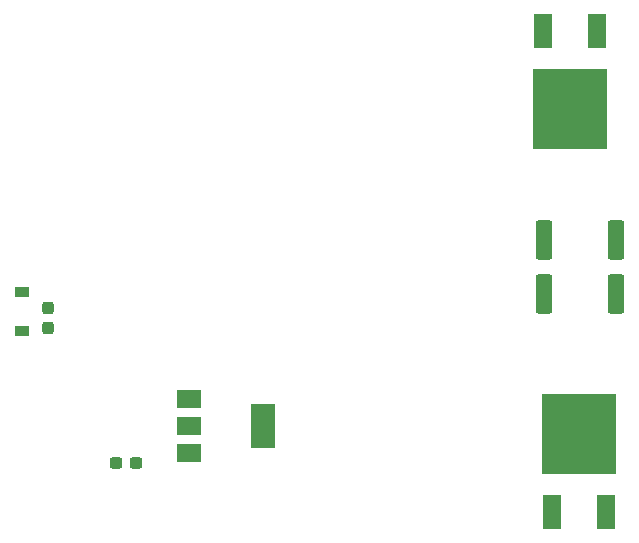
<source format=gtp>
G04 #@! TF.GenerationSoftware,KiCad,Pcbnew,(6.0.0)*
G04 #@! TF.CreationDate,2023-03-30T02:39:52-04:00*
G04 #@! TF.ProjectId,stroboscope_main_0v1,7374726f-626f-4736-936f-70655f6d6169,rev?*
G04 #@! TF.SameCoordinates,Original*
G04 #@! TF.FileFunction,Paste,Top*
G04 #@! TF.FilePolarity,Positive*
%FSLAX46Y46*%
G04 Gerber Fmt 4.6, Leading zero omitted, Abs format (unit mm)*
G04 Created by KiCad (PCBNEW (6.0.0)) date 2023-03-30 02:39:52*
%MOMM*%
%LPD*%
G01*
G04 APERTURE LIST*
G04 Aperture macros list*
%AMRoundRect*
0 Rectangle with rounded corners*
0 $1 Rounding radius*
0 $2 $3 $4 $5 $6 $7 $8 $9 X,Y pos of 4 corners*
0 Add a 4 corners polygon primitive as box body*
4,1,4,$2,$3,$4,$5,$6,$7,$8,$9,$2,$3,0*
0 Add four circle primitives for the rounded corners*
1,1,$1+$1,$2,$3*
1,1,$1+$1,$4,$5*
1,1,$1+$1,$6,$7*
1,1,$1+$1,$8,$9*
0 Add four rect primitives between the rounded corners*
20,1,$1+$1,$2,$3,$4,$5,0*
20,1,$1+$1,$4,$5,$6,$7,0*
20,1,$1+$1,$6,$7,$8,$9,0*
20,1,$1+$1,$8,$9,$2,$3,0*%
G04 Aperture macros list end*
%ADD10R,1.200000X0.900000*%
%ADD11R,1.500000X3.000000*%
%ADD12R,6.250000X6.800000*%
%ADD13R,2.000000X3.800000*%
%ADD14R,2.000000X1.500000*%
%ADD15RoundRect,0.249999X-0.450001X-1.425001X0.450001X-1.425001X0.450001X1.425001X-0.450001X1.425001X0*%
%ADD16RoundRect,0.237500X-0.237500X0.300000X-0.237500X-0.300000X0.237500X-0.300000X0.237500X0.300000X0*%
%ADD17RoundRect,0.237500X0.300000X0.237500X-0.300000X0.237500X-0.300000X-0.237500X0.300000X-0.237500X0*%
G04 APERTURE END LIST*
D10*
X92202000Y-95504000D03*
X92202000Y-92204000D03*
D11*
X140817600Y-70081200D03*
D12*
X138531600Y-76681200D03*
D11*
X136245600Y-70081200D03*
X137033000Y-110843000D03*
D12*
X139319000Y-104243000D03*
D11*
X141605000Y-110843000D03*
D13*
X112599000Y-103505000D03*
D14*
X106299000Y-103505000D03*
X106299000Y-105805000D03*
X106299000Y-101205000D03*
D15*
X136345200Y-87782400D03*
X142445200Y-87782400D03*
D16*
X94361000Y-93525000D03*
X94361000Y-95250000D03*
D15*
X136345200Y-92354400D03*
X142445200Y-92354400D03*
D17*
X101854000Y-106680000D03*
X100129000Y-106680000D03*
M02*

</source>
